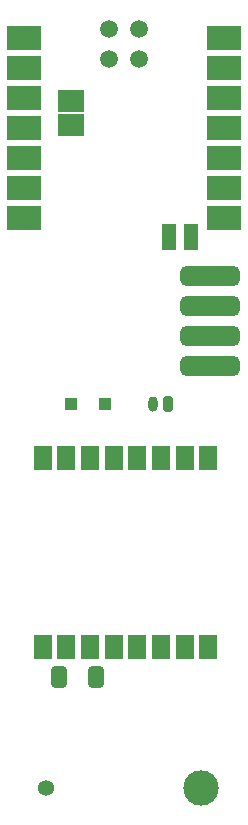
<source format=gbr>
%TF.GenerationSoftware,KiCad,Pcbnew,8.0.6*%
%TF.CreationDate,2024-11-08T20:03:32-06:00*%
%TF.ProjectId,lora micronode,6c6f7261-206d-4696-9372-6f6e6f64652e,rev?*%
%TF.SameCoordinates,Original*%
%TF.FileFunction,Soldermask,Top*%
%TF.FilePolarity,Negative*%
%FSLAX46Y46*%
G04 Gerber Fmt 4.6, Leading zero omitted, Abs format (unit mm)*
G04 Created by KiCad (PCBNEW 8.0.6) date 2024-11-08 20:03:32*
%MOMM*%
%LPD*%
G01*
G04 APERTURE LIST*
G04 Aperture macros list*
%AMRoundRect*
0 Rectangle with rounded corners*
0 $1 Rounding radius*
0 $2 $3 $4 $5 $6 $7 $8 $9 X,Y pos of 4 corners*
0 Add a 4 corners polygon primitive as box body*
4,1,4,$2,$3,$4,$5,$6,$7,$8,$9,$2,$3,0*
0 Add four circle primitives for the rounded corners*
1,1,$1+$1,$2,$3*
1,1,$1+$1,$4,$5*
1,1,$1+$1,$6,$7*
1,1,$1+$1,$8,$9*
0 Add four rect primitives between the rounded corners*
20,1,$1+$1,$2,$3,$4,$5,0*
20,1,$1+$1,$4,$5,$6,$7,0*
20,1,$1+$1,$6,$7,$8,$9,0*
20,1,$1+$1,$8,$9,$2,$3,0*%
G04 Aperture macros list end*
%ADD10RoundRect,0.412500X2.087500X-0.412500X2.087500X0.412500X-2.087500X0.412500X-2.087500X-0.412500X0*%
%ADD11RoundRect,0.200000X0.200000X0.450000X-0.200000X0.450000X-0.200000X-0.450000X0.200000X-0.450000X0*%
%ADD12O,0.800000X1.300000*%
%ADD13R,3.000000X2.000000*%
%ADD14C,1.500000*%
%ADD15R,1.300000X2.300000*%
%ADD16R,2.300000X1.900000*%
%ADD17C,1.360000*%
%ADD18C,3.000000*%
%ADD19RoundRect,0.250000X-0.300000X-0.300000X0.300000X-0.300000X0.300000X0.300000X-0.300000X0.300000X0*%
%ADD20RoundRect,0.250000X0.412500X0.650000X-0.412500X0.650000X-0.412500X-0.650000X0.412500X-0.650000X0*%
%ADD21R,1.500000X2.000000*%
G04 APERTURE END LIST*
D10*
%TO.C,J1*%
X138448000Y-82926000D03*
X138448000Y-80396000D03*
X138448000Y-77856000D03*
X138448000Y-75316000D03*
%TD*%
D11*
%TO.C,SC1*%
X134874000Y-86106000D03*
D12*
X133624001Y-86106000D03*
%TD*%
D13*
%TO.C,U2*%
X122691000Y-55126000D03*
X122691000Y-57666000D03*
X122691000Y-60206000D03*
X122691000Y-62746000D03*
X122691000Y-65286000D03*
X122691000Y-67826000D03*
X122691000Y-70366000D03*
X139691000Y-70366000D03*
X139691000Y-67826000D03*
X139691000Y-65286000D03*
X139691000Y-62746000D03*
X139691000Y-60206000D03*
X139691000Y-57666000D03*
X139691000Y-55126000D03*
D14*
X129921000Y-54356000D03*
X132461000Y-54356000D03*
X129921000Y-56896000D03*
X132461000Y-56896000D03*
D15*
X134991000Y-71996000D03*
X136891000Y-71996000D03*
D16*
X126691000Y-60446000D03*
X126691000Y-62546000D03*
%TD*%
D17*
%TO.C,AE1*%
X124568000Y-118618000D03*
D18*
X137668000Y-118618000D03*
%TD*%
D19*
%TO.C,D1*%
X126743000Y-86106000D03*
X129543000Y-86106000D03*
%TD*%
D20*
%TO.C,C2*%
X128816500Y-109220000D03*
X125691500Y-109220000D03*
%TD*%
D21*
%TO.C,U1*%
X124318000Y-106679000D03*
X126318000Y-106679000D03*
X128318000Y-106679000D03*
X130318000Y-106679000D03*
X132318000Y-106679000D03*
X134318000Y-106679000D03*
X136318000Y-106679000D03*
X138318000Y-106679000D03*
X138318000Y-90679000D03*
X136318000Y-90679000D03*
X134318000Y-90679000D03*
X132318000Y-90679000D03*
X130318000Y-90679000D03*
X128318000Y-90679000D03*
X126318000Y-90679000D03*
X124318000Y-90679000D03*
%TD*%
M02*

</source>
